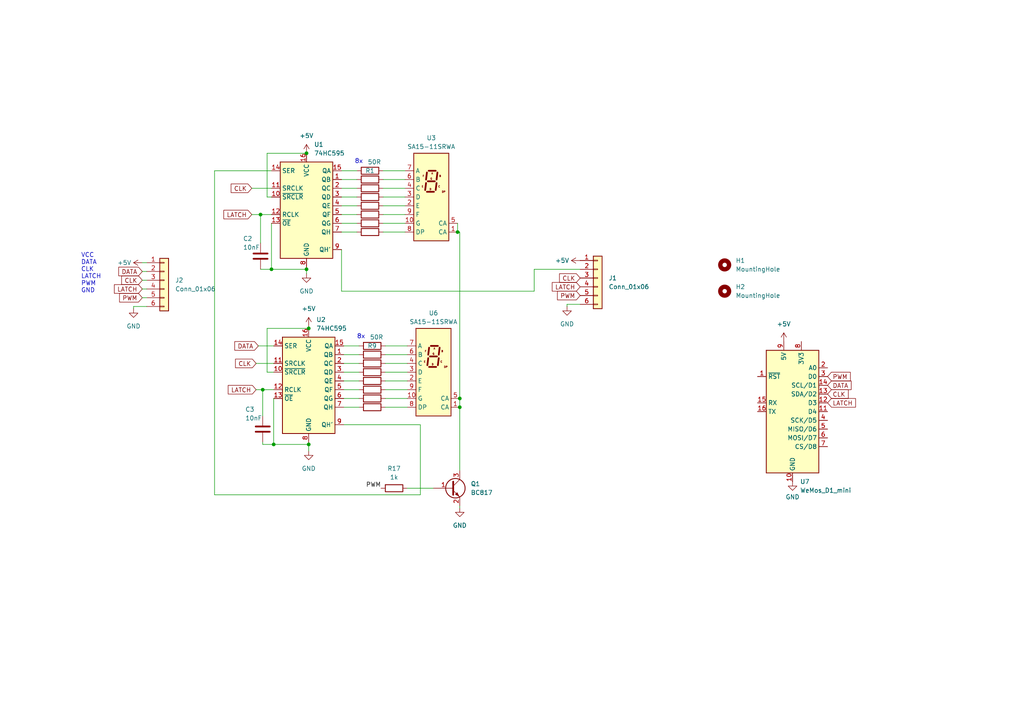
<source format=kicad_sch>
(kicad_sch (version 20230121) (generator eeschema)
  (paper "A4")
  (lib_symbols
    (symbol "74xx:74HC595"
      (property "Reference" "U" (at -7.62 13.97 0))
      (property "Value" "74HC595" (at -7.62 -16.51 0))
      (symbol "74HC595_1_0"
        (pin tri_state line (at 10.16 7.62 180) (length 2.54) (name "QB") (number "1"))
        (pin input line (at -10.16 2.54 0) (length 2.54) (name "~{SRCLR}") (number "10"))
        (pin input line (at -10.16 5.08 0) (length 2.54) (name "SRCLK") (number "11"))
        (pin input line (at -10.16 -2.54 0) (length 2.54) (name "RCLK") (number "12"))
        (pin input line (at -10.16 -5.08 0) (length 2.54) (name "~{OE}") (number "13"))
        (pin input line (at -10.16 10.16 0) (length 2.54) (name "SER") (number "14"))
        (pin tri_state line (at 10.16 10.16 180) (length 2.54) (name "QA") (number "15"))
        (pin power_in line (at 0 15.24 270) (length 2.54) (name "VCC") (number "16"))
        (pin tri_state line (at 10.16 5.08 180) (length 2.54) (name "QC") (number "2"))
        (pin tri_state line (at 10.16 2.54 180) (length 2.54) (name "QD") (number "3"))
        (pin tri_state line (at 10.16 0 180) (length 2.54) (name "QE") (number "4"))
        (pin tri_state line (at 10.16 -2.54 180) (length 2.54) (name "QF") (number "5"))
        (pin tri_state line (at 10.16 -5.08 180) (length 2.54) (name "QG") (number "6"))
        (pin tri_state line (at 10.16 -7.62 180) (length 2.54) (name "QH") (number "7"))
        (pin power_in line (at 0 -17.78 90) (length 2.54) (name "GND") (number "8"))
        (pin output line (at 10.16 -12.7 180) (length 2.54) (name "QH'") (number "9"))
      )
      (symbol "74HC595_1_1"
        (rectangle (start -7.62 12.7) (end 7.62 -15.24) (stroke (width 0.254)) (fill (type background)))
      )
    )
    (symbol "Connector_Generic:Conn_01x06" (pin_names (offset 1.016) hide)
      (property "Reference" "J" (at 0 7.62 0))
      (property "Value" "Conn_01x06" (at 0 -10.16 0))
      (symbol "Conn_01x06_1_1"
        (rectangle (start -1.27 -7.493) (end 0 -7.747) (stroke (width 0.1524)))
        (rectangle (start -1.27 -4.953) (end 0 -5.207) (stroke (width 0.1524)))
        (rectangle (start -1.27 -2.413) (end 0 -2.667) (stroke (width 0.1524)))
        (rectangle (start -1.27 0.127) (end 0 -0.127) (stroke (width 0.1524)))
        (rectangle (start -1.27 2.667) (end 0 2.413) (stroke (width 0.1524)))
        (rectangle (start -1.27 5.207) (end 0 4.953) (stroke (width 0.1524)))
        (rectangle (start -1.27 6.35) (end 1.27 -8.89) (stroke (width 0.254)) (fill (type background)))
        (pin passive line (at -5.08 5.08 0) (length 3.81) (name "Pin_1") (number "1"))
        (pin passive line (at -5.08 2.54 0) (length 3.81) (name "Pin_2") (number "2"))
        (pin passive line (at -5.08 0 0) (length 3.81) (name "Pin_3") (number "3"))
        (pin passive line (at -5.08 -2.54 0) (length 3.81) (name "Pin_4") (number "4"))
        (pin passive line (at -5.08 -5.08 0) (length 3.81) (name "Pin_5") (number "5"))
        (pin passive line (at -5.08 -7.62 0) (length 3.81) (name "Pin_6") (number "6"))
      )
    )
    (symbol "Device:C" (pin_numbers hide) (pin_names (offset 0.254))
      (property "Reference" "C" (at 0.635 2.54 0))
      (property "Value" "C" (at 0.635 -2.54 0))
      (symbol "C_0_1"
        (polyline (pts (xy -2.032 -0.762) (xy 2.032 -0.762)) (stroke (width 0.508)))
        (polyline (pts (xy -2.032 0.762) (xy 2.032 0.762)) (stroke (width 0.508)))
      )
      (symbol "C_1_1"
        (pin passive line (at 0 3.81 270) (length 2.794) (name "~") (number "1"))
        (pin passive line (at 0 -3.81 90) (length 2.794) (name "~") (number "2"))
      )
    )
    (symbol "Device:R" (pin_numbers hide) (pin_names (offset 0))
      (property "Reference" "R" (at 2.032 0 90))
      (property "Value" "R" (at 0 0 90))
      (symbol "R_0_1"
        (rectangle (start -1.016 -2.54) (end 1.016 2.54) (stroke (width 0.254)))
      )
      (symbol "R_1_1"
        (pin passive line (at 0 3.81 270) (length 1.27) (name "~") (number "1"))
        (pin passive line (at 0 -3.81 90) (length 1.27) (name "~") (number "2"))
      )
    )
    (symbol "Display_Character:SA15-11SRWA"
      (property "Reference" "U" (at 0 16.51 0))
      (property "Value" "SA15-11SRWA" (at 0 13.97 0))
      (symbol "SA15-11SRWA_1_0"
        (text "A" (at 0.254 6.858 0) (effects (font (size 0.508 0.508))))
        (text "B" (at 2.54 6.096 0) (effects (font (size 0.508 0.508))))
        (text "C" (at 2.286 3.048 0) (effects (font (size 0.508 0.508))))
        (text "D" (at -0.254 2.286 0) (effects (font (size 0.508 0.508))))
        (text "DP" (at 3.556 1.524 0) (effects (font (size 0.508 0.508))))
        (text "E" (at -2.54 3.048 0) (effects (font (size 0.508 0.508))))
        (text "F" (at -2.286 6.096 0) (effects (font (size 0.508 0.508))))
        (text "G" (at 0 5.334 0) (effects (font (size 0.508 0.508))))
      )
      (symbol "SA15-11SRWA_1_1"
        (rectangle (start -5.08 12.7) (end 5.08 -12.7) (stroke (width 0.254)) (fill (type background)))
        (polyline (pts (xy -1.524 4.064) (xy -1.778 2.032)) (stroke (width 0.508)))
        (polyline (pts (xy -1.27 1.524) (xy 0.762 1.524)) (stroke (width 0.508)))
        (polyline (pts (xy -1.27 7.112) (xy -1.524 5.08)) (stroke (width 0.508)))
        (polyline (pts (xy -1.016 4.572) (xy 1.016 4.572)) (stroke (width 0.508)))
        (polyline (pts (xy -0.762 7.62) (xy 1.27 7.62)) (stroke (width 0.508)))
        (polyline (pts (xy 1.524 4.064) (xy 1.27 2.032)) (stroke (width 0.508)))
        (polyline (pts (xy 1.778 7.112) (xy 1.524 5.08)) (stroke (width 0.508)))
        (polyline (pts (xy 2.54 1.524) (xy 2.54 1.524)) (stroke (width 0.508)))
        (pin input line (at 7.62 -10.16 180) (length 2.54) (name "CA") (number "1"))
        (pin input line (at -7.62 -7.62 0) (length 2.54) (name "G") (number "10"))
        (pin input line (at -7.62 -2.54 0) (length 2.54) (name "E") (number "2"))
        (pin input line (at -7.62 0 0) (length 2.54) (name "D") (number "3"))
        (pin input line (at -7.62 2.54 0) (length 2.54) (name "C") (number "4"))
        (pin input line (at 7.62 -7.62 180) (length 2.54) (name "CA") (number "5"))
        (pin input line (at -7.62 5.08 0) (length 2.54) (name "B") (number "6"))
        (pin input line (at -7.62 7.62 0) (length 2.54) (name "A") (number "7"))
        (pin input line (at -7.62 -10.16 0) (length 2.54) (name "DP") (number "8"))
        (pin input line (at -7.62 -5.08 0) (length 2.54) (name "F") (number "9"))
      )
    )
    (symbol "MCU_Module:WeMos_D1_mini"
      (property "Reference" "U" (at 3.81 19.05 0))
      (property "Value" "WeMos_D1_mini" (at 1.27 -19.05 0))
      (symbol "WeMos_D1_mini_1_1"
        (rectangle (start -7.62 17.78) (end 7.62 -17.78) (stroke (width 0.254)) (fill (type background)))
        (pin input line (at -10.16 10.16 0) (length 2.54) (name "~{RST}") (number "1"))
        (pin power_in line (at 0 -20.32 90) (length 2.54) (name "GND") (number "10"))
        (pin bidirectional line (at 10.16 0 180) (length 2.54) (name "D4") (number "11"))
        (pin bidirectional line (at 10.16 2.54 180) (length 2.54) (name "D3") (number "12"))
        (pin bidirectional line (at 10.16 5.08 180) (length 2.54) (name "SDA/D2") (number "13"))
        (pin bidirectional line (at 10.16 7.62 180) (length 2.54) (name "SCL/D1") (number "14"))
        (pin input line (at -10.16 2.54 0) (length 2.54) (name "RX") (number "15"))
        (pin output line (at -10.16 0 0) (length 2.54) (name "TX") (number "16"))
        (pin input line (at 10.16 12.7 180) (length 2.54) (name "A0") (number "2"))
        (pin bidirectional line (at 10.16 10.16 180) (length 2.54) (name "D0") (number "3"))
        (pin bidirectional line (at 10.16 -2.54 180) (length 2.54) (name "SCK/D5") (number "4"))
        (pin bidirectional line (at 10.16 -5.08 180) (length 2.54) (name "MISO/D6") (number "5"))
        (pin bidirectional line (at 10.16 -7.62 180) (length 2.54) (name "MOSI/D7") (number "6"))
        (pin bidirectional line (at 10.16 -10.16 180) (length 2.54) (name "CS/D8") (number "7"))
        (pin power_out line (at 2.54 20.32 270) (length 2.54) (name "3V3") (number "8"))
        (pin power_in line (at -2.54 20.32 270) (length 2.54) (name "5V") (number "9"))
      )
    )
    (symbol "Mechanical:MountingHole" (pin_names (offset 1.016))
      (property "Reference" "H" (at 0 5.08 0))
      (property "Value" "MountingHole" (at 0 3.175 0))
      (symbol "MountingHole_0_1"
        (circle (center 0 0) (radius 1.27) (stroke (width 1.27)))
      )
    )
    (symbol "Transistor_BJT:BC817" (pin_names (offset 0) hide)
      (property "Reference" "Q" (at 5.08 1.905 0))
      (property "Value" "BC817" (at 5.08 0 0))
      (symbol "BC817_0_1"
        (polyline (pts (xy 0.635 0.635) (xy 2.54 2.54)))
        (polyline (pts (xy 0.635 -0.635) (xy 2.54 -2.54) (xy 2.54 -2.54)))
        (polyline (pts (xy 0.635 1.905) (xy 0.635 -1.905) (xy 0.635 -1.905)) (stroke (width 0.508)))
        (polyline (pts (xy 1.27 -1.778) (xy 1.778 -1.27) (xy 2.286 -2.286) (xy 1.27 -1.778) (xy 1.27 -1.778)) (fill (type outline)))
        (circle (center 1.27 0) (radius 2.8194) (stroke (width 0.254)))
      )
      (symbol "BC817_1_1"
        (pin input line (at -5.08 0 0) (length 5.715) (name "B") (number "1"))
        (pin passive line (at 2.54 -5.08 90) (length 2.54) (name "E") (number "2"))
        (pin passive line (at 2.54 5.08 270) (length 2.54) (name "C") (number "3"))
      )
    )
    (symbol "power:+5V" (power) (pin_names (offset 0))
      (property "Value" "+5V" (at 0 3.556 0))
      (symbol "+5V_0_1"
        (polyline (pts (xy -0.762 1.27) (xy 0 2.54)))
        (polyline (pts (xy 0 0) (xy 0 2.54)))
        (polyline (pts (xy 0 2.54) (xy 0.762 1.27)))
      )
      (symbol "+5V_1_1"
        (pin power_in line (at 0 0 90) (length 0) hide (name "+5V") (number "1"))
      )
    )
    (symbol "power:GND" (power) (pin_names (offset 0))
      (property "Value" "GND" (at 0 -3.81 0))
      (symbol "GND_0_1"
        (polyline (pts (xy 0 0) (xy 0 -1.27) (xy 1.27 -1.27) (xy 0 -2.54) (xy -1.27 -1.27) (xy 0 -1.27)))
      )
      (symbol "GND_1_1"
        (pin power_in line (at 0 0 270) (length 0) hide (name "GND") (number "1"))
      )
    )
  )
  (junction (at 132.715 67.31))
  (junction (at 89.535 128.905))
  (junction (at 133.35 118.11))
  (junction (at 75.565 62.23))
  (junction (at 89.535 95.25))
  (junction (at 79.375 128.905))
  (junction (at 88.9 78.105))
  (junction (at 76.2 113.03))
  (junction (at 133.35 115.57))
  (junction (at 88.9 44.45))
  (junction (at 78.74 78.105))
  (wire (pts (xy 99.06 84.455) (xy 154.94 84.455)))
  (wire (pts (xy 133.35 67.31) (xy 132.715 67.31)))
  (wire (pts (xy 99.06 57.15) (xy 103.505 57.15)))
  (wire (pts (xy 111.76 110.49) (xy 118.11 110.49)))
  (wire (pts (xy 79.375 128.905) (xy 89.535 128.905)))
  (wire (pts (xy 99.695 115.57) (xy 104.14 115.57)))
  (wire (pts (xy 154.94 78.105) (xy 168.275 78.105)))
  (wire (pts (xy 76.2 128.905) (xy 79.375 128.905)))
  (wire (pts (xy 99.06 52.07) (xy 103.505 52.07)))
  (wire (pts (xy 111.76 100.33) (xy 118.11 100.33)))
  (wire (pts (xy 99.06 62.23) (xy 103.505 62.23)))
  (wire (pts (xy 38.735 88.9) (xy 42.545 88.9)))
  (wire (pts (xy 99.06 59.69) (xy 103.505 59.69)))
  (wire (pts (xy 111.76 115.57) (xy 118.11 115.57)))
  (wire (pts (xy 78.74 78.105) (xy 88.9 78.105)))
  (wire (pts (xy 164.465 88.9) (xy 164.465 88.265)))
  (wire (pts (xy 111.125 64.77) (xy 117.475 64.77)))
  (wire (pts (xy 73.025 54.61) (xy 78.74 54.61)))
  (wire (pts (xy 133.35 147.32) (xy 133.35 146.685)))
  (wire (pts (xy 38.735 89.535) (xy 38.735 88.9)))
  (wire (pts (xy 88.9 79.375) (xy 88.9 78.105)))
  (wire (pts (xy 111.125 67.31) (xy 117.475 67.31)))
  (wire (pts (xy 76.2 113.03) (xy 76.2 120.65)))
  (wire (pts (xy 76.2 113.03) (xy 79.375 113.03)))
  (wire (pts (xy 118.11 141.605) (xy 125.73 141.605)))
  (wire (pts (xy 111.76 105.41) (xy 118.11 105.41)))
  (wire (pts (xy 111.76 102.87) (xy 118.11 102.87)))
  (wire (pts (xy 99.695 102.87) (xy 104.14 102.87)))
  (wire (pts (xy 75.565 78.105) (xy 78.74 78.105)))
  (wire (pts (xy 42.545 76.2) (xy 41.275 76.2)))
  (wire (pts (xy 133.35 118.11) (xy 133.35 136.525)))
  (wire (pts (xy 75.565 62.23) (xy 75.565 70.485)))
  (wire (pts (xy 77.47 95.25) (xy 89.535 95.25)))
  (wire (pts (xy 164.465 88.265) (xy 168.275 88.265)))
  (wire (pts (xy 99.695 118.11) (xy 104.14 118.11)))
  (wire (pts (xy 111.125 59.69) (xy 117.475 59.69)))
  (wire (pts (xy 77.47 44.45) (xy 88.9 44.45)))
  (wire (pts (xy 88.9 78.105) (xy 88.9 77.47)))
  (wire (pts (xy 99.695 110.49) (xy 104.14 110.49)))
  (wire (pts (xy 99.06 49.53) (xy 103.505 49.53)))
  (wire (pts (xy 111.125 49.53) (xy 117.475 49.53)))
  (wire (pts (xy 89.535 94.615) (xy 89.535 95.25)))
  (wire (pts (xy 74.93 100.33) (xy 79.375 100.33)))
  (wire (pts (xy 133.35 67.31) (xy 133.35 115.57)))
  (wire (pts (xy 73.025 62.23) (xy 75.565 62.23)))
  (wire (pts (xy 99.06 72.39) (xy 99.06 84.455)))
  (wire (pts (xy 77.47 107.95) (xy 77.47 95.25)))
  (wire (pts (xy 42.545 81.28) (xy 41.275 81.28)))
  (wire (pts (xy 79.375 107.95) (xy 77.47 107.95)))
  (wire (pts (xy 79.375 115.57) (xy 79.375 128.905)))
  (wire (pts (xy 89.535 128.905) (xy 89.535 130.81)))
  (wire (pts (xy 99.695 107.95) (xy 104.14 107.95)))
  (wire (pts (xy 99.695 113.03) (xy 104.14 113.03)))
  (wire (pts (xy 133.35 115.57) (xy 133.35 118.11)))
  (wire (pts (xy 111.76 118.11) (xy 118.11 118.11)))
  (wire (pts (xy 62.23 143.51) (xy 62.23 49.53)))
  (wire (pts (xy 89.535 128.27) (xy 89.535 128.905)))
  (wire (pts (xy 78.74 57.15) (xy 77.47 57.15)))
  (wire (pts (xy 99.695 123.19) (xy 121.92 123.19)))
  (wire (pts (xy 42.545 83.82) (xy 41.275 83.82)))
  (wire (pts (xy 99.695 100.33) (xy 104.14 100.33)))
  (wire (pts (xy 75.565 62.23) (xy 78.74 62.23)))
  (wire (pts (xy 121.92 123.19) (xy 121.92 143.51)))
  (wire (pts (xy 99.695 105.41) (xy 104.14 105.41)))
  (wire (pts (xy 111.125 52.07) (xy 117.475 52.07)))
  (wire (pts (xy 74.295 105.41) (xy 79.375 105.41)))
  (wire (pts (xy 78.74 64.77) (xy 78.74 78.105)))
  (wire (pts (xy 111.76 107.95) (xy 118.11 107.95)))
  (wire (pts (xy 111.125 54.61) (xy 117.475 54.61)))
  (wire (pts (xy 77.47 57.15) (xy 77.47 44.45)))
  (wire (pts (xy 99.06 67.31) (xy 103.505 67.31)))
  (wire (pts (xy 99.06 64.77) (xy 103.505 64.77)))
  (wire (pts (xy 111.125 62.23) (xy 117.475 62.23)))
  (wire (pts (xy 76.2 128.27) (xy 76.2 128.905)))
  (wire (pts (xy 111.76 113.03) (xy 118.11 113.03)))
  (wire (pts (xy 121.92 143.51) (xy 62.23 143.51)))
  (wire (pts (xy 41.275 86.36) (xy 42.545 86.36)))
  (wire (pts (xy 111.125 57.15) (xy 117.475 57.15)))
  (wire (pts (xy 154.94 84.455) (xy 154.94 78.105)))
  (wire (pts (xy 74.295 113.03) (xy 76.2 113.03)))
  (wire (pts (xy 62.23 49.53) (xy 78.74 49.53)))
  (wire (pts (xy 42.545 78.74) (xy 41.275 78.74)))
  (wire (pts (xy 132.715 64.77) (xy 132.715 67.31)))
  (wire (pts (xy 99.06 54.61) (xy 103.505 54.61)))
  (text "8x\n" (at 103.505 98.425 0) (effects (font (size 1.27 1.27)) (justify left bottom)))
  (text "VCC\nDATA\nCLK\nLATCH\nPWM\nGND" (at 23.495 85.09 0) (effects (font (size 1.27 1.27)) (justify left bottom)))
  (text "8x\n" (at 102.87 47.625 0) (effects (font (size 1.27 1.27)) (justify left bottom)))
  (label "PWM" (at 110.49 141.605 180))
  (global_label "CLK" (shape input) (at 74.295 105.41 180) (property "Intersheetrefs" "${INTERSHEET_REFS}" (effects hide)) (property "Reference mezi listy" "${INTERSHEET_REFS}" (effects hide)))
  (global_label "DATA" (shape input) (at 240.03 111.76 0) (property "Intersheetrefs" "${INTERSHEET_REFS}" (effects hide)) (property "Reference mezi listy" "${INTERSHEET_REFS}" (effects hide)))
  (global_label "CLK" (shape input) (at 41.275 81.28 180) (property "Intersheetrefs" "${INTERSHEET_REFS}" (effects hide)) (property "Reference mezi listy" "${INTERSHEET_REFS}" (effects hide)))
  (global_label "CLK" (shape input) (at 73.025 54.61 180) (property "Intersheetrefs" "${INTERSHEET_REFS}" (effects hide)) (property "Reference mezi listy" "${INTERSHEET_REFS}" (effects hide)))
  (global_label "DATA" (shape input) (at 74.93 100.33 180) (property "Intersheetrefs" "${INTERSHEET_REFS}" (effects hide)) (property "Reference mezi listy" "${INTERSHEET_REFS}" (effects hide)))
  (global_label "LATCH" (shape input) (at 74.295 113.03 180) (property "Intersheetrefs" "${INTERSHEET_REFS}" (effects hide)) (property "Reference mezi listy" "${INTERSHEET_REFS}" (effects hide)))
  (global_label "CLK" (shape input) (at 168.275 80.645 180) (property "Intersheetrefs" "${INTERSHEET_REFS}" (effects hide)) (property "Reference mezi listy" "${INTERSHEET_REFS}" (effects hide)))
  (global_label "CLK" (shape input) (at 240.03 114.3 0) (property "Intersheetrefs" "${INTERSHEET_REFS}" (effects hide)) (property "Reference mezi listy" "${INTERSHEET_REFS}" (effects hide)))
  (global_label "LATCH" (shape input) (at 41.275 83.82 180) (property "Intersheetrefs" "${INTERSHEET_REFS}" (effects hide)) (property "Reference mezi listy" "${INTERSHEET_REFS}" (effects hide)))
  (global_label "DATA" (shape input) (at 41.275 78.74 180) (property "Intersheetrefs" "${INTERSHEET_REFS}" (effects hide)) (property "Reference mezi listy" "${INTERSHEET_REFS}" (effects hide)))
  (global_label "PWM" (shape input) (at 168.275 85.725 180) (property "Intersheetrefs" "${INTERSHEET_REFS}" (effects hide)))
  (global_label "LATCH" (shape input) (at 240.03 116.84 0) (property "Intersheetrefs" "${INTERSHEET_REFS}" (effects hide)) (property "Reference mezi listy" "${INTERSHEET_REFS}" (effects hide)))
  (global_label "PWM" (shape input) (at 41.275 86.36 180) (property "Intersheetrefs" "${INTERSHEET_REFS}" (effects hide)))
  (global_label "PWM" (shape input) (at 240.03 109.22 0) (property "Intersheetrefs" "${INTERSHEET_REFS}" (effects hide)))
  (global_label "LATCH" (shape input) (at 168.275 83.185 180) (property "Intersheetrefs" "${INTERSHEET_REFS}" (effects hide)) (property "Reference mezi listy" "${INTERSHEET_REFS}" (effects hide)))
  (global_label "LATCH" (shape input) (at 73.025 62.23 180) (property "Intersheetrefs" "${INTERSHEET_REFS}" (effects hide)) (property "Reference mezi listy" "${INTERSHEET_REFS}" (effects hide)))
  (symbol (lib_id "Connector_Generic:Conn_01x06") (at 173.355 80.645 0) (unit 1)
    (property "Reference" "J1" (at 176.53 80.645 0) (effects (justify left)))
    (property "Value" "Conn_01x06" (at 176.53 83.185 0) (effects (justify left)))
    (property "Footprint" "Connector_PinHeader_2.54mm:PinHeader_1x06_P2.54mm_Horizontal" (effects hide))
  )
  (symbol (lib_id "74xx:74HC595") (at 88.9 59.69 0) (unit 1)
    (property "Reference" "U1" (at 91.0941 41.91 0) (effects (justify left)))
    (property "Value" "74HC595" (at 91.0941 44.45 0) (effects (justify left)))
    (property "Footprint" "Package_SO:SOIC-16_3.9x9.9mm_P1.27mm" (effects hide))
    (property "Datasheet" "http://www.ti.com/lit/ds/symlink/sn74hc595.pdf" (effects hide))
  )
  (symbol (lib_id "Device:R") (at 107.95 110.49 90) (unit 1)
    (property "Reference" "R13" (effects hide))
    (property "Value" "100R" (effects hide))
    (property "Footprint" "Resistor_SMD:R_0402_1005Metric_Pad0.72x0.64mm_HandSolder" (effects hide))
  )
  (symbol (lib_id "power:GND") (at 38.735 89.535 0) (unit 1)
    (property "Reference" "#PWR05" (effects hide))
    (property "Value" "GND" (at 38.735 94.615 0))
  )
  (symbol (lib_id "power:GND") (at 89.535 130.81 0) (unit 1)
    (property "Reference" "#PWR07" (effects hide))
    (property "Value" "GND" (at 89.535 135.89 0))
  )
  (symbol (lib_id "Mechanical:MountingHole") (at 210.185 84.455 0) (unit 1)
    (property "Reference" "H2" (at 213.36 83.185 0) (effects (justify left)))
    (property "Value" "MountingHole" (at 213.36 85.725 0) (effects (justify left)))
    (property "Footprint" "MountingHole:MountingHole_2.2mm_M2" (effects hide))
  )
  (symbol (lib_id "Device:R") (at 107.315 62.23 90) (unit 1)
    (property "Reference" "R6" (effects hide))
    (property "Value" "100R" (effects hide))
    (property "Footprint" "Resistor_SMD:R_0402_1005Metric_Pad0.72x0.64mm_HandSolder" (effects hide))
  )
  (symbol (lib_id "Device:R") (at 107.315 67.31 90) (unit 1)
    (property "Reference" "R8" (effects hide))
    (property "Value" "100R" (effects hide))
    (property "Footprint" "Resistor_SMD:R_0402_1005Metric_Pad0.72x0.64mm_HandSolder" (effects hide))
  )
  (symbol (lib_id "power:GND") (at 133.35 147.32 0) (unit 1)
    (property "Reference" "#PWR09" (effects hide))
    (property "Value" "GND" (at 133.35 152.4 0))
  )
  (symbol (lib_id "power:GND") (at 88.9 79.375 0) (unit 1)
    (property "Reference" "#PWR03" (effects hide))
    (property "Value" "GND" (at 88.9 84.455 0))
  )
  (symbol (lib_id "Device:R") (at 107.95 107.95 90) (unit 1)
    (property "Reference" "R12" (effects hide))
    (property "Value" "100R" (effects hide))
    (property "Footprint" "Resistor_SMD:R_0402_1005Metric_Pad0.72x0.64mm_HandSolder" (effects hide))
  )
  (symbol (lib_id "74xx:74HC595") (at 89.535 110.49 0) (unit 1)
    (property "Reference" "U2" (at 91.7291 92.71 0) (effects (justify left)))
    (property "Value" "74HC595" (at 91.7291 95.25 0) (effects (justify left)))
    (property "Footprint" "Package_SO:SOIC-16_3.9x9.9mm_P1.27mm" (effects hide))
    (property "Datasheet" "http://www.ti.com/lit/ds/symlink/sn74hc595.pdf" (effects hide))
  )
  (symbol (lib_id "Device:R") (at 107.315 54.61 90) (unit 1)
    (property "Reference" "R3" (effects hide))
    (property "Value" "100R" (effects hide))
    (property "Footprint" "Resistor_SMD:R_0402_1005Metric_Pad0.72x0.64mm_HandSolder" (effects hide))
  )
  (symbol (lib_id "Device:R") (at 107.95 113.03 90) (unit 1)
    (property "Reference" "R14" (effects hide))
    (property "Value" "100R" (effects hide))
    (property "Footprint" "Resistor_SMD:R_0402_1005Metric_Pad0.72x0.64mm_HandSolder" (effects hide))
  )
  (symbol (lib_id "power:GND") (at 164.465 88.9 0) (unit 1)
    (property "Reference" "#PWR01" (effects hide))
    (property "Value" "GND" (at 164.465 93.98 0))
  )
  (symbol (lib_id "Device:R") (at 107.95 115.57 90) (unit 1)
    (property "Reference" "R15" (effects hide))
    (property "Value" "100R" (effects hide))
    (property "Footprint" "Resistor_SMD:R_0402_1005Metric_Pad0.72x0.64mm_HandSolder" (effects hide))
  )
  (symbol (lib_id "power:+5V") (at 89.535 94.615 0) (unit 1)
    (property "Reference" "#PWR08" (effects hide))
    (property "Value" "+5V" (at 89.535 89.535 0))
  )
  (symbol (lib_id "Display_Character:SA15-11SRWA") (at 125.73 107.95 0) (unit 1)
    (property "Reference" "U6" (at 125.73 90.805 0))
    (property "Value" "SA15-11SRWA" (at 125.73 93.345 0))
    (property "Footprint" "Display_7Segment:SA15-11xxx" (effects hide))
    (property "Datasheet" "http://www.kingbrightusa.com/images/catalog/SPEC/SA15-11SRWA.pdf" (effects hide))
  )
  (symbol (lib_id "power:GND") (at 229.87 139.7 0) (unit 1)
    (property "Reference" "#PWR06" (effects hide))
    (property "Value" "GND" (at 229.87 144.145 0))
  )
  (symbol (lib_id "Device:R") (at 107.95 102.87 90) (unit 1)
    (property "Reference" "R10" (effects hide))
    (property "Value" "100R" (effects hide))
    (property "Footprint" "Resistor_SMD:R_0402_1005Metric_Pad0.72x0.64mm_HandSolder" (effects hide))
  )
  (symbol (lib_id "power:+5V") (at 227.33 99.06 0) (unit 1)
    (property "Reference" "#PWR014" (effects hide))
    (property "Value" "+5V" (at 227.33 93.98 0))
  )
  (symbol (lib_id "Device:R") (at 107.315 59.69 90) (unit 1)
    (property "Reference" "R5" (effects hide))
    (property "Value" "100R" (effects hide))
    (property "Footprint" "Resistor_SMD:R_0402_1005Metric_Pad0.72x0.64mm_HandSolder" (effects hide))
  )
  (symbol (lib_id "Connector_Generic:Conn_01x06") (at 47.625 81.28 0) (unit 1)
    (property "Reference" "J2" (at 50.8 81.28 0) (effects (justify left)))
    (property "Value" "Conn_01x06" (at 50.8 83.82 0) (effects (justify left)))
    (property "Footprint" "Connector_PinSocket_2.54mm:PinSocket_1x06_P2.54mm_Horizontal" (effects hide))
  )
  (symbol (lib_id "Device:R") (at 114.3 141.605 90) (unit 1)
    (property "Reference" "R17" (at 114.3 135.89 90))
    (property "Value" "1k" (at 114.3 138.43 90))
    (property "Footprint" "Resistor_SMD:R_0805_2012Metric_Pad1.20x1.40mm_HandSolder" (effects hide))
  )
  (symbol (lib_id "power:+5V") (at 168.275 75.565 90) (unit 1)
    (property "Reference" "#PWR010" (effects hide))
    (property "Value" "+5V" (at 165.1 75.565 90) (effects (justify left)))
  )
  (symbol (lib_id "Device:R") (at 107.315 57.15 90) (unit 1)
    (property "Reference" "R4" (effects hide))
    (property "Value" "100R" (effects hide))
    (property "Footprint" "Resistor_SMD:R_0402_1005Metric_Pad0.72x0.64mm_HandSolder" (effects hide))
  )
  (symbol (lib_id "Device:C") (at 76.2 124.46 0) (unit 1)
    (property "Reference" "C3" (at 71.12 118.745 0) (effects (justify left)))
    (property "Value" "10nF" (at 71.12 121.285 0) (effects (justify left)))
    (property "Footprint" "Capacitor_SMD:C_0805_2012Metric" (effects hide))
  )
  (symbol (lib_id "Device:R") (at 107.95 118.11 90) (unit 1)
    (property "Reference" "R16" (effects hide))
    (property "Value" "100R" (effects hide))
    (property "Footprint" "Resistor_SMD:R_0402_1005Metric_Pad0.72x0.64mm_HandSolder" (effects hide))
  )
  (symbol (lib_id "Device:R") (at 107.315 52.07 90) (unit 1)
    (property "Reference" "R2" (effects hide))
    (property "Value" "100R" (effects hide))
    (property "Footprint" "Resistor_SMD:R_0402_1005Metric_Pad0.72x0.64mm_HandSolder" (effects hide))
  )
  (symbol (lib_id "Device:R") (at 107.315 64.77 90) (unit 1)
    (property "Reference" "R7" (effects hide))
    (property "Value" "100R" (effects hide))
    (property "Footprint" "Resistor_SMD:R_0402_1005Metric_Pad0.72x0.64mm_HandSolder" (effects hide))
  )
  (symbol (lib_id "Device:R") (at 107.95 105.41 90) (unit 1)
    (property "Reference" "R11" (effects hide))
    (property "Value" "100R" (effects hide))
    (property "Footprint" "Resistor_SMD:R_0402_1005Metric_Pad0.72x0.64mm_HandSolder" (effects hide))
  )
  (symbol (lib_id "Device:C") (at 75.565 74.295 0) (unit 1)
    (property "Reference" "C2" (at 70.485 69.215 0) (effects (justify left)))
    (property "Value" "10nF" (at 70.485 71.755 0) (effects (justify left)))
    (property "Footprint" "Capacitor_SMD:C_0805_2012Metric" (effects hide))
  )
  (symbol (lib_id "Display_Character:SA15-11SRWA") (at 125.095 57.15 0) (unit 1)
    (property "Reference" "U3" (at 125.095 40.005 0))
    (property "Value" "SA15-11SRWA" (at 125.095 42.545 0))
    (property "Footprint" "Display_7Segment:SA15-11xxx" (effects hide))
    (property "Datasheet" "http://www.kingbrightusa.com/images/catalog/SPEC/SA15-11SRWA.pdf" (effects hide))
  )
  (symbol (lib_id "power:+5V") (at 88.9 44.45 0) (unit 1)
    (property "Reference" "#PWR02" (effects hide))
    (property "Value" "+5V" (at 88.9 39.37 0))
  )
  (symbol (lib_id "Mechanical:MountingHole") (at 210.185 76.835 0) (unit 1)
    (property "Reference" "H1" (at 213.36 75.565 0) (effects (justify left)))
    (property "Value" "MountingHole" (at 213.36 78.105 0) (effects (justify left)))
    (property "Footprint" "MountingHole:MountingHole_2.2mm_M2" (effects hide))
  )
  (symbol (lib_id "MCU_Module:WeMos_D1_mini") (at 229.87 119.38 0) (unit 1)
    (property "Reference" "U7" (at 232.0641 139.7 0) (effects (justify left)))
    (property "Value" "WeMos_D1_mini" (at 232.0641 142.24 0) (effects (justify left)))
    (property "Footprint" "Module:WEMOS_D1_mini_light" (effects hide))
    (property "Datasheet" "https://wiki.wemos.cc/products:d1:d1_mini#documentation" (effects hide))
  )
  (symbol (lib_id "power:+5V") (at 41.275 76.2 90) (unit 1)
    (property "Reference" "#PWR04" (effects hide))
    (property "Value" "+5V" (at 38.1 76.2 90) (effects (justify left)))
  )
  (symbol (lib_id "Transistor_BJT:BC817") (at 130.81 141.605 0) (unit 1)
    (property "Reference" "Q1" (at 136.525 140.335 0) (effects (justify left)))
    (property "Value" "BC817" (at 136.525 142.875 0) (effects (justify left)))
    (property "Footprint" "Package_TO_SOT_SMD:SOT-23" (effects hide))
    (property "Datasheet" "https://www.onsemi.com/pub/Collateral/BC818-D.pdf" (effects hide))
  )
  (symbol (lib_id "Device:R") (at 107.315 49.53 90) (unit 1)
    (property "Reference" "R1" (at 107.315 49.53 90))
    (property "Value" "50R" (at 108.585 46.99 90))
    (property "Footprint" "Resistor_SMD:R_0402_1005Metric_Pad0.72x0.64mm_HandSolder" (effects hide))
  )
  (symbol (lib_id "Device:R") (at 107.95 100.33 90) (unit 1)
    (property "Reference" "R9" (at 107.95 100.33 90))
    (property "Value" "50R" (at 109.22 97.79 90))
    (property "Footprint" "Resistor_SMD:R_0402_1005Metric_Pad0.72x0.64mm_HandSolder" (effects hide))
  )
)
</source>
